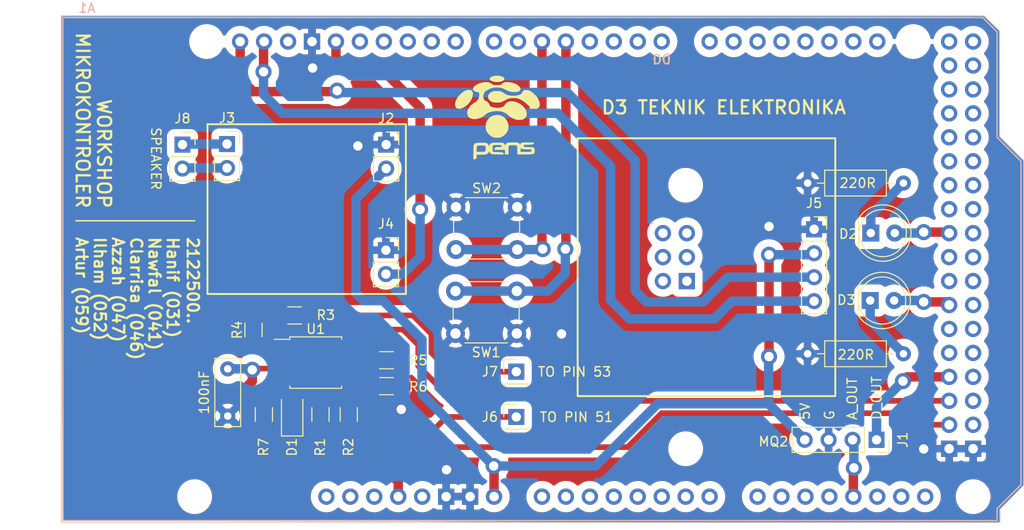
<source format=kicad_pcb>
(kicad_pcb (version 20221018) (generator pcbnew)
  (layers (0 "F.Cu" signal) (31 "B.Cu" signal) (34 "B.Paste" user) (35 "F.Paste" user) (36 "B.SilkS" user "B.Silkscreen") (37 "F.SilkS" user "F.Silkscreen") (38 "B.Mask" user) (39 "F.Mask" user) (44 "Edge.Cuts" user))
  (net 0 "")
  (net 1 "3V3")
  (net 2 "5V")
  (net 6 "A0")
  (net 24 "PE5")
  (net 25 "Net-(D2-A)")
  (net 31 "PB7")
  (net 62 "GND")
  (net 64 "MISO")
  (net 65 "MOSI")
  (net 68 "SCK")
  (net 69 "SCL_OLED")
  (net 70 "SDA_OLED")
  (net 71 "Net-(D1-K)")
  (net 72 "Net-(D2-K)")
  (net 73 "CS")
  (net 74 "Net-(U1-~{CS})")
  (net 75 "Data_In")
  (net 76 "CLK")
  (net 89 "Net-(D3-A)")
  (net 92 "Net-(A1-PadD5)")
  (net 93 "Net-(A1-PadD4)")
  (net 94 "Net-(D3-K)")
  (net 96 "Net-(J3-Pin_2)")
  (net 97 "Net-(J3-Pin_1)")
  (footprint "Resistor_SMD:R_1206_3216Metric" (layer "F.Cu") (at 134.4325 108.335 90)
    (fp_text reference "R2" (at -3.465 -0.0325 90) (layer "F.SilkS"))
    (fp_text value "1k")
    (pad "1" smd roundrect (at -1.4625 0 90) (size 1.125 1.75) (layers "F.Cu" "F.Paste" "F.Mask") (roundrect_rratio 0.2222222222) (net 65 "MOSI"))
    (pad "2" smd roundrect (at 1.4625 0 90) (size 1.125 1.75) (layers "F.Cu" "F.Paste" "F.Mask") (roundrect_rratio 0.2222222222) (net 75 "Data_In"))
  )
  (footprint "LED_THT:LED_D5.0mm" (layer "F.Cu") (at 189.725 96.25)
    (fp_text reference "D3" (at -2.525 -0.05) (layer "F.SilkS"))
    (fp_text value "LED")
    (pad "1" thru_hole rect (at 0 0) (size 1.8 1.8) (drill 0.9) (layers "*.Cu" "*.Mask") (net 94 "Net-(D3-K)"))
    (pad "2" thru_hole circle (at 2.54 0) (size 1.8 1.8) (drill 0.9) (layers "*.Cu" "*.Mask") (net 89 "Net-(D3-A)"))
  )
  (footprint "Resistor_SMD:R_1206_3216Metric" (layer "F.Cu") (at 138.4325 105.335)
    (fp_text reference "R6" (at 3.3675 0.065) (layer "F.SilkS"))
    (fp_text value "2k")
    (pad "1" smd roundrect (at -1.4625 0) (size 1.125 1.75) (layers "F.Cu" "F.Paste" "F.Mask") (roundrect_rratio 0.2222222222) (net 75 "Data_In"))
    (pad "2" smd roundrect (at 1.4625 0) (size 1.125 1.75) (layers "F.Cu" "F.Paste" "F.Mask") (roundrect_rratio 0.2222222222) (net 62 "GND"))
  )
  (footprint "PCM_arduino-library:Arduino_Mega2560_R3_Shield" (layer "F.Cu") (at 104.12 119.59)
    (fp_text reference "A1" (at 2.54 -54.356) (layer "B.SilkS") (effects (justify mirror)))
    (fp_text value "Arduino_Mega2560_R3_Shield")
    (fp_text user "D0" (at 63.5 -48.895 unlocked) (layer "B.SilkS") (effects (justify mirror)))
    (fp_text user "." (at 62.484 -32.004) (layer "B.SilkS"))
    (fp_text user "D0" (at 63.5 -48.895 unlocked) (layer "F.SilkS"))
    (fp_text user "." (at 62.484 -32.004) (layer "F.SilkS"))
    (pad "" np_thru_hole circle (at 13.97 -2.54) (size 3.2 3.2) (drill 3.2) (layers "*.Cu" "*.Mask"))
    (pad "" np_thru_hole circle (at 15.24 -50.8) (size 3.2 3.2) (drill 3.2) (layers "*.Cu" "*.Mask"))
    (pad "" thru_hole oval (at 27.94 -2.54) (size 1.7272 1.7272) (drill 1.016) (layers "*.Cu" "*.Mask"))
    (pad "" np_thru_hole circle (at 66.04 -35.56) (size 3.2 3.2) (drill 3.2) (layers "*.Cu" "*.Mask"))
    (pad "" np_thru_hole circle (at 66.04 -7.62) (size 3.2 3.2) (drill 3.2) (layers "*.Cu" "*.Mask"))
    (pad "" np_thru_hole circle (at 90.17 -50.8) (size 3.2 3.2) (drill 3.2) (layers "*.Cu" "*.Mask"))
    (pad "" np_thru_hole circle (at 96.52 -2.54) (size 3.2 3.2) (drill 3.2) (layers "*.Cu" "*.Mask"))
    (pad "3V3" thru_hole oval (at 35.56 -2.54) (size 1.7272 1.7272) (drill 1.016) (layers "*.Cu" "*.Mask") (net 1 "3V3"))
    (pad "5V1" thru_hole oval (at 38.1 -2.54) (size 1.7272 1.7272) (drill 1.016) (layers "*.Cu" "*.Mask"))
    (pad "5V2" thru_hole oval (at 66.167 -30.48) (size 1.7272 1.7272) (drill 1.016) (layers "*.Cu" "*.Mask"))
    (pad "5V3" thru_hole oval (at 93.98 -50.8) (size 1.7272 1.7272) (drill 1.016) (layers "*.Cu" "*.Mask"))
    (pad "5V4" thru_hole oval (at 96.52 -50.8) (size 1.7272 1.7272) (drill 1.016) (layers "*.Cu" "*.Mask"))
    (pad "A0" thru_hole oval (at 50.8 -2.54) (size 1.7272 1.7272) (drill 1.016) (layers "*.Cu" "*.Mask"))
    (pad "A1" thru_hole oval (at 53.34 -2.54) (size 1.7272 1.7272) (drill 1.016) (layers "*.Cu" "*.Mask"))
    (pad "A2" thru_hole oval (at 55.88 -2.54) (size 1.7272 1.7272) (drill 1.016) (layers "*.Cu" "*.Mask"))
    (pad "A3" thru_hole oval (at 58.42 -2.54) (size 1.7272 1.7272) (drill 1.016) (layers "*.Cu" "*.Mask"))
    (pad "A4" thru_hole oval (at 60.96 -2.54) (size 1.7272 1.7272) (drill 1.016) (layers "*.Cu" "*.Mask"))
    (pad "A5" thru_hole oval (at 63.5 -2.54) (size 1.7272 1.7272) (drill 1.016) (layers "*.Cu" "*.Mask"))
    (pad "A6" thru_hole oval (at 66.04 -2.54) (size 1.7272 1.7272) (drill 1.016) (layers "*.Cu" "*.Mask"))
    (pad "A7" thru_hole oval (at 68.58 -2.54) (size 1.7272 1.7272) (drill 1.016) (layers "*.Cu" "*.Mask"))
    (pad "A8" thru_hole oval (at 73.66 -2.54) (size 1.7272 1.7272) (drill 1.016) (layers "*.Cu" "*.Mask"))
    (pad "A9" thru_hole oval (at 76.2 -2.54) (size 1.7272 1.7272) (drill 1.016) (layers "*.Cu" "*.Mask"))
    (pad "A10" thru_hole oval (at 78.74 -2.54) (size 1.7272 1.7272) (drill 1.016) (layers "*.Cu" "*.Mask"))
    (pad "A11" thru_hole oval (at 81.28 -2.54) (size 1.7272 1.7272) (drill 1.016) (layers "*.Cu" "*.Mask"))
    (pad "A12" thru_hole oval (at 83.82 -2.54) (size 1.7272 1.7272) (drill 1.016) (layers "*.Cu" "*.Mask") (net 6 "A0"))
    (pad "A13" thru_hole oval (at 86.36 -2.54) (size 1.7272 1.7272) (drill 1.016) (layers "*.Cu" "*.Mask"))
    (pad "A14" thru_hole oval (at 88.9 -2.54) (size 1.7272 1.7272) (drill 1.016) (layers "*.Cu" "*.Mask"))
    (pad "A15" thru_hole oval (at 91.44 -2.54) (size 1.7272 1.7272) (drill 1.016) (layers "*.Cu" "*.Mask"))
    (pad "AREF" thru_hole oval (at 23.876 -50.8) (size 1.7272 1.7272) (drill 1.016) (layers "*.Cu" "*.Mask"))
    (pad "D0" thru_hole oval (at 63.5 -50.8) (size 1.7272 1.7272) (drill 1.016) (layers "*.Cu" "*.Mask"))
    (pad "D1" thru_hole oval (at 60.96 -50.8) (size 1.7272 1.7272) (drill 1.016) (layers "*.Cu" "*.Mask"))
    (pad "D2" thru_hole oval (at 58.42 -50.8) (size 1.7272 1.7272) (drill 1.016) (layers "*.Cu" "*.Mask"))
    (pad "D3" thru_hole oval (at 55.88 -50.8) (size 1.7272 1.7272) (drill 1.016) (layers "*.Cu" "*.Mask"))
    (pad "D4" thru_hole oval (at 53.34 -50.8) (size 1.7272 1.7272) (drill 1.016) (layers "*.Cu" "*.Mask") (net 93 "Net-(A1-PadD4)"))
    (pad "D5" thru_hole oval (at 50.8 -50.8) (size 1.7272 1.7272) (drill 1.016) (layers "*.Cu" "*.Mask") (net 92 "Net-(A1-PadD5)"))
    (pad "D6" thru_hole oval (at 48.26 -50.8) (size 1.7272 1.7272) (drill 1.016) (layers "*.Cu" "*.Mask"))
    (pad "D7" thru_hole oval (at 45.72 -50.8) (size 1.7272 1.7272) (drill 1.016) (layers "*.Cu" "*.Mask"))
    (pad "D8" thru_hole oval (at 41.656 -50.8) (size 1.7272 1.7272) (drill 1.016) (layers "*.Cu" "*.Mask"))
    (pad "D9" thru_hole oval (at 39.116 -50.8) (size 1.7272 1.7272) (drill 1.016) (layers "*.Cu" "*.Mask"))
    (pad "D10" thru_hole oval (at 36.576 -50.8) (size 1.7272 1.7272) (drill 1.016) (layers "*.Cu" "*.Mask"))
    (pad "D11" thru_hole oval (at 34.036 -50.8) (size 1.7272 1.7272) (drill 1.016) (layers "*.Cu" "*.Mask"))
    (pad "D12" thru_hole oval (at 31.496 -50.8) (size 1.7272 1.7272) (drill 1.016) (layers "*.Cu" "*.Mask"))
    (pad "D13" thru_hole oval (at 28.956 -50.8) (size 1.7272 1.7272) (drill 1.016) (layers "*.Cu" "*.Mask") (net 31 "PB7"))
    (pad "D14" thru_hole oval (at 68.58 -50.8) (size 1.7272 1.7272) (drill 1.016) (layers "*.Cu" "*.Mask"))
    (pad "D15" thru_hole oval (at 71.12 -50.8) (size 1.7272 1.7272) (drill 1.016) (layers "*.Cu" "*.Mask"))
    (pad "D16" thru_hole oval (at 73.66 -50.8) (size 1.7272 1.7272) (drill 1.016) (layers "*.Cu" "*.Mask"))
    (pad "D17" thru_hole oval (at 76.2 -50.8) (size 1.7272 1.7272) (drill 1.016) (layers "*.Cu" "*.Mask"))
    (pad "D18" thru_hole oval (at 78.74 -50.8) (size 1.7272 1.7272) (drill 1.016) (layers "*.Cu" "*.Mask"))
    (pad "D19" thru_hole oval (at 81.28 -50.8) (size 1.7272 1.7272) (drill 1.016) (layers "*.Cu" "*.Mask"))
    (pad "D20" thru_hole oval (at 83.82 -50.8) (size 1.7272 1.7272) (drill 1.016) (layers "*.Cu" "*.Mask"))
    (pad "D21" thru_hole oval (at 86.36 -50.8) (size 1.7272 1.7272) (drill 1.016) (layers "*.Cu" "*.Mask"))
    (pad "D22" thru_hole oval (at 93.98 -48.26) (size 1.7272 1.7272) (drill 1.016) (layers "*.Cu" "*.Mask"))
    (pad "D23" thru_hole oval (at 96.52 -48.26) (size 1.7272 1.7272) (drill 1.016) (layers "*.Cu" "*.Mask"))
    (pad "D24" thru_hole oval (at 93.98 -45.72) (size 1.7272 1.7272) (drill 1.016) (layers "*.Cu" "*.Mask"))
    (pad "D25" thru_hole oval (at 96.52 -45.72) (size 1.7272 1.7272) (drill 1.016) (layers "*.Cu" "*.Mask"))
    (pad "D26" thru_hole oval (at 93.98 -43.18) (size 1.7272 1.7272) (drill 1.016) (layers "*.Cu" "*.Mask"))
    (pad "D27" thru_hole oval (at 96.52 -43.18) (size 1.7272 1.7272) (drill 1.016) (layers "*.Cu" "*.Mask"))
    (pad "D28" thru_hole oval (at 93.98 -40.64) (size 1.7272 1.7272) (drill 1.016) (layers "*.Cu" "*.Mask"))
    (pad "D29" thru_hole oval (at 96.52 -40.64) (size 1.7272 1.7272) (drill 1.016) (layers "*.Cu" "*.Mask"))
    (pad "D30" thru_hole oval (at 93.98 -38.1) (size 1.7272 1.7272) (drill 1.016) (layers "*.Cu" "*.Mask"))
    (pad "D31" thru_hole oval (at 96.52 -38.1) (size 1.7272 1.7272) (drill 1.016) (layers "*.Cu" "*.Mask"))
    (pad "D32" thru_hole oval (at 93.98 -35.56) (size 1.7272 1.7272) (drill 1.016) (layers "*.Cu" "*.Mask"))
    (pad "D33" thru_hole oval (at 96.52 -35.56) (size 1.7272 1.7272) (drill 1.016) (layers "*.Cu" "*.Mask"))
    (pad "D34" thru_hole oval (at 93.98 -33.02) (size 1.7272 1.7272) (drill 1.016) (layers "*.Cu" "*.Mask"))
    (pad "D35" thru_hole oval (at 96.52 -33.02) (size 1.7272 1.7272) (drill 1.016) (layers "*.Cu" "*.Mask"))
    (pad "D36" thru_hole oval (at 93.98 -30.48) (size 1.7272 1.7272) (drill 1.016) (layers "*.Cu" "*.Mask") (net 25 "Net-(D2-A)"))
    (pad "D37" thru_hole oval (at 96.52 -30.48) (size 1.7272 1.7272) (drill 1.016) (layers "*.Cu" "*.Mask"))
    (pad "D38" thru_hole oval (at 93.98 -27.94) (size 1.7272 1.7272) (drill 1.016) (layers "*.Cu" "*.Mask"))
    (pad "D39" thru_hole oval (at 96.52 -27.94) (size 1.7272 1.7272) (drill 1.016) (layers "*.Cu" "*.Mask"))
    (pad "D40" thru_hole oval (at 93.98 -25.4) (size 1.7272 1.7272) (drill 1.016) (layers "*.Cu" "*.Mask"))
    (pad "D41" thru_hole oval (at 96.52 -25.4) (size 1.7272 1.7272) (drill 1.016) (layers "*.Cu" "*.Mask"))
    (pad "D42" thru_hole oval (at 93.98 -22.86) (size 1.7272 1.7272) (drill 1.016) (layers "*.Cu" "*.Mask") (net 89 "Net-(D3-A)"))
    (pad "D43" thru_hole oval (at 96.52 -22.86) (size 1.7272 1.7272) (drill 1.016) (layers "*.Cu" "*.Mask"))
    (pad "D44" thru_hole oval (at 93.98 -20.32) (size 1.7272 1.7272) (drill 1.016) (layers "*.Cu" "*.Mask"))
    (pad "D45" thru_hole oval (at 96.52 -20.32) (size 1.7272 1.7272) (drill 1.016) (layers "*.Cu" "*.Mask"))
    (pad "D46" thru_hole oval (at 93.98 -17.78) (size 1.7272 1.7272) (drill 1.016) (layers "*.Cu" "*.Mask"))
    (pad "D47" thru_hole oval (at 96.52 -17.78) (size 1.7272 1.7272) (drill 1.016) (layers "*.Cu" "*.Mask"))
    (pad "D48" thru_hole oval (at 93.98 -15.24) (size 1.7272 1.7272) (drill 1.016) (layers "*.Cu" "*.Mask") (net 24 "PE5"))
    (pad "D49" thru_hole oval (at 96.52 -15.24) (size 1.7272 1.7272) (drill 1.016) (layers "*.Cu" "*.Mask"))
    (pad "D50" thru_hole oval (at 93.98 -12.7) (size 1.7272 1.7272) (drill 1.016) (layers "*.Cu" "*.Mask") (net 64 "MISO"))
    (pad "D51" thru_hole oval (at 96.52 -12.7) (size 1.7272 1.7272) (drill 1.016) (layers "*.Cu" "*.Mask"))
    (pad "D52" thru_hole oval (at 93.98 -10.16) (size 1.7272 1.7272) (drill 1.016) (layers "*.Cu" "*.Mask") (net 68 "SCK"))
    (pad "D53" thru_hole oval (at 96.52 -10.16) (size 1.7272 1.7272) (drill 1.016) (layers "*.Cu" "*.Mask"))
    (pad "GND1" thru_hole rect (at 26.416 -50.8) (size 1.7272 1.7272) (drill 1.016) (layers "*.Cu" "*.Mask") (net 62 "GND"))
    (pad "GND2" thru_hole rect (at 40.64 -2.54) (size 1.7272 1.7272) (drill 1.016) (layers "*.Cu" "*.Mask") (net 62 "GND"))
    (pad "GND3" thru_hole rect (at 43.18 -2.54) (size 1.7272 1.7272) (drill 1.016) (layers "*.Cu" "*.Mask") (net 62 "GND"))
    (pad "GND4" thru_hole rect (at 66.167 -25.4) (size 1.7272 1.7272) (drill 1.016) (layers "*.Cu" "*.Mask"))
    (pad "GND5" thru_hole rect (at 93.98 -7.62) (size 1.7272 1.7272) (drill 1.016) (layers "*.Cu" "*.Mask") (net 62 "GND"))
    (pad "GND6" thru_hole rect (at 96.52 -7.62) (size 1.7272 1.7272) (drill 1.016) (layers "*.Cu" "*.Mask") (net 62 "GND"))
    (pad "IORF" thru_hole oval (at 30.48 -2.54) (size 1.7272 1.7272) (drill 1.016) (layers "*.Cu" "*.Mask"))
    (pad "MISO" thru_hole oval (at 63.627 -30.48) (size 1.7272 1.7272) (drill 1.016) (layers "*.Cu" "*.Mask"))
    (pad "MOSI" thru_hole oval (at 66.167 -27.94) (size 1.7272 1.7272) (drill 1.016) (layers "*.Cu" "*.Mask"))
    (pad "RST1" thru_hole oval (at 33.02 -2.54) (size 1.7272 1.7272) (drill 1.016) (layers "*.Cu" "*.Mask"))
    (pad "RST2" thru_hole oval (at 63.627 -25.4) (size 1.7272 1.7272) (drill 1.016) (layers "*.Cu" "*.Mask"))
    (pad "SCK" thru_hole oval (at 63.627 -27.94) (size 1.7272 1.7272) (drill 1.016) (layers "*.Cu" "*.Mask"))
    (pad "SCL" thru_hole oval (at 18.796 -50.8) (size 1.7272 1.7272) (drill 1.016) (layers "*.Cu" "*.Mask") (net 69 "SCL_OLED"))
    (pad "SDA" thru_hole oval (at 21.336 -50.8) (size 1.7272 1.7272) (drill 1.016) (layers "*.Cu" "*.Mask") (net 70 "SDA_OLED"))
    (pad "VIN" thru_hole oval (at 45.72 -2.54) (size 1.7272 1.7272) (drill 1.016) (layers "*.Cu" "*.Mask") (net 2 "5V"))
  )
  (footprint "LED_SMD:LED_1206_3216Metric" (layer "F.Cu") (at 128.4325 108.335 90)
    (fp_text reference "D1" (at -3.465 -0.0325 90) (layer "F.SilkS"))
    (fp_text value "LED")
    (pad "1" smd roundrect (at -1.4 0 90) (size 1.25 1.75) (layers "F.Cu" "F.Paste" "F.Mask") (roundrect_rratio 0.2) (net 71 "Net-(D1-K)"))
    (pad "2" smd roundrect (at 1.4 0 90) (size 1.25 1.75) (layers "F.Cu" "F.Paste" "F.Mask") (roundrect_rratio 0.2) (net 1 "3V3"))
  )
  (footprint "Connector_PinSocket_2.54mm:PinSocket_1x04_P2.54mm_Vertical" (layer "F.Cu") (at 190.4 111.025 -90)
    (fp_text reference "J1" (at 0 -2.77 90) (layer "F.SilkS"))
    (fp_text value "MQ-2 MODULE")
    (pad "1" thru_hole rect (at 0 0 270) (size 1.7 1.7) (drill 1) (layers "*.Cu" "*.Mask") (net 24 "PE5"))
    (pad "2" thru_hole oval (at 0 2.54 270) (size 1.7 1.7) (drill 1) (layers "*.Cu" "*.Mask") (net 6 "A0"))
    (pad "3" thru_hole oval (at 0 5.08 270) (size 1.7 1.7) (drill 1) (layers "*.Cu" "*.Mask") (net 62 "GND"))
    (pad "4" thru_hole oval (at 0 7.62 270) (size 1.7 1.7) (drill 1) (layers "*.Cu" "*.Mask") (net 2 "5V"))
  )
  (footprint "Resistor_SMD:R_1206_3216Metric" (layer "F.Cu") (at 125.4325 108.335 -90)
    (fp_text reference "R7" (at 3.465 0.0325 90) (layer "F.SilkS"))
    (fp_text value "100R")
    (pad "1" smd roundrect (at -1.4625 0 270) (size 1.125 1.75) (layers "F.Cu" "F.Paste" "F.Mask") (roundrect_rratio 0.2222222222) (net 62 "GND"))
    (pad "2" smd roundrect (at 1.4625 0 270) (size 1.125 1.75) (layers "F.Cu" "F.Paste" "F.Mask") (roundrect_rratio 0.2222222222) (net 71 "Net-(D1-K)"))
  )
  (footprint "Resistor_SMD:R_1206_3216Metric" (layer "F.Cu") (at 128.6825 97.835)
    (fp_text reference "R3" (at 3.3175 -0.035) (layer "F.SilkS"))
    (fp_text value "1k")
    (pad "1" smd roundrect (at -1.4625 0) (size 1.125 1.75) (layers "F.Cu" "F.Paste" "F.Mask") (roundrect_rratio 0.2222222222) (net 74 "Net-(U1-~{CS})"))
    (pad "2" smd roundrect (at 1.4625 0) (size 1.125 1.75) (layers "F.Cu" "F.Paste" "F.Mask") (roundrect_rratio 0.2222222222) (net 73 "CS"))
  )
  (footprint "LOGO" (layer "F.Cu") (at 150.2 76.8)
    (fp_text reference "G***" hide)
    (fp_text value "LOGO" hide)
  )
  (footprint "Connector_PinSocket_2.54mm:PinSocket_1x02_P2.54mm_Vertical" (layer "F.Cu") (at 121.525 79.66)
    (fp_text reference "J3" (at 0 -2.77) (layer "F.SilkS"))
    (fp_text value "Speaker Conn")
    (pad "1" thru_hole rect (at 0 0) (size 1.7 1.7) (drill 1) (layers "*.Cu" "*.Mask") (net 97 "Net-(J3-Pin_1)"))
    (pad "2" thru_hole oval (at 0 2.54) (size 1.7 1.7) (drill 1) (layers "*.Cu" "*.Mask") (net 96 "Net-(J3-Pin_2)"))
  )
  (footprint "Connector_PinSocket_2.54mm:PinSocket_1x02_P2.54mm_Vertical" (layer "F.Cu") (at 138.4 79.72)
    (fp_text reference "J2" (at 0 -2.77) (layer "F.SilkS"))
    (fp_text value "VCC")
    (pad "1" thru_hole rect (at 0 0) (size 1.7 1.7) (drill 1) (layers "*.Cu" "*.Mask") (net 62 "GND"))
    (pad "2" thru_hole oval (at 0 2.54) (size 1.7 1.7) (drill 1) (layers "*.Cu" "*.Mask") (net 2 "5V"))
  )
  (footprint "Connector_PinSocket_2.54mm:PinSocket_1x04_P2.54mm_Vertical" (layer "F.Cu") (at 183.775 88.7)
    (fp_text reference "J5" (at 0 -2.77) (layer "F.SilkS"))
    (fp_text value "OLED MODULE")
    (pad "1" thru_hole rect (at 0 0) (size 1.7 1.7) (drill 1) (layers "*.Cu" "*.Mask") (net 62 "GND"))
    (pad "2" thru_hole oval (at 0 2.54) (size 1.7 1.7) (drill 1) (layers "*.Cu" "*.Mask") (net 2 "5V"))
    (pad "3" thru_hole oval (at 0 5.08) (size 1.7 1.7) (drill 1) (layers "*.Cu" "*.Mask") (net 69 "SCL_OLED"))
    (pad "4" thru_hole oval (at 0 7.62) (size 1.7 1.7) (drill 1) (layers "*.Cu" "*.Mask") (net 70 "SDA_OLED"))
  )
  (footprint "Connector_PinHeader_2.54mm:PinHeader_1x01_P2.54mm_Vertical" (layer "F.Cu") (at 152.2 103.8)
    (fp_text reference "J7" (at -2.8 0) (layer "F.SilkS"))
    (fp_text value "CS")
    (pad "1" thru_hole rect (at 0 0) (size 1.7 1.7) (drill 1) (layers "*.Cu" "*.Mask") (net 73 "CS"))
  )
  (footprint "Button_Switch_THT:SW_PUSH_6mm_H8mm" (layer "F.Cu") (at 152.25 99.75 180)
    (fp_text reference "SW1" (at 3.25 -2) (layer "F.SilkS"))
    (fp_text value "SW_Push")
    (pad "1" thru_hole circle (at 0 0 270) (size 2 2) (drill 1.1) (layers "*.Cu" "*.Mask") (net 62 "GND"))
    (pad "1" thru_hole circle (at 6.5 0 270) (size 2 2) (drill 1.1) (layers "*.Cu" "*.Mask") (net 62 "GND"))
    (pad "2" thru_hole circle (at 0 4.5 270) (size 2 2) (drill 1.1) (layers "*.Cu" "*.Mask") (net 93 "Net-(A1-PadD4)"))
    (pad "2" thru_hole circle (at 6.5 4.5 270) (size 2 2) (drill 1.1) (layers "*.Cu" "*.Mask") (net 93 "Net-(A1-PadD4)"))
  )
  (footprint "Connector_PinHeader_2.54mm:PinHeader_1x01_P2.54mm_Vertical" (layer "F.Cu") (at 152.2 108.6)
    (fp_text reference "J6" (at -2.8 0) (layer "F.SilkS"))
    (fp_text value "MOSI")
    (pad "1" thru_hole rect (at 0 0) (size 1.7 1.7) (drill 1) (layers "*.Cu" "*.Mask") (net 65 "MOSI"))
  )
  (footprint "Package_SO:SOP-8_5.28x5.23mm_P1.27mm" (layer "F.Cu") (at 130.9325 102.835)
    (fp_text reference "U1" (at 0 -3.56) (layer "F.SilkS"))
    (fp_text value "W25Q32JVSS")
    (pad "1" smd roundrect (at -3.6 -1.905) (size 1.6 0.6) (layers "F.Cu" "F.Paste" "F.Mask") (net 74 "Net-(U1-~{CS})"))
    (pad "2" smd roundrect (at -3.6 -0.635) (size 1.6 0.6) (layers "F.Cu" "F.Paste" "F.Mask") (net 64 "MISO"))
    (pad "3" smd roundrect (at -3.6 0.635) (size 1.6 0.6) (layers "F.Cu" "F.Paste" "F.Mask") (net 1 "3V3"))
    (pad "4" smd roundrect (at -3.6 1.905) (size 1.6 0.6) (layers "F.Cu" "F.Paste" "F.Mask") (net 62 "GND"))
    (pad "5" smd roundrect (at 3.6 1.905) (size 1.6 0.6) (layers "F.Cu" "F.Paste" "F.Mask") (net 75 "Data_In"))
    (pad "6" smd roundrect (at 3.6 0.635) (size 1.6 0.6) (layers "F.Cu" "F.Paste" "F.Mask") (net 76 "CLK"))
    (pad "7" smd roundrect (at 3.6 -0.635) (size 1.6 0.6) (layers "F.Cu" "F.Paste" "F.Mask") (net 1 "3V3"))
    (pad "8" smd roundrect (at 3.6 -1.905) (size 1.6 0.6) (layers "F.Cu" "F.Paste" "F.Mask") (net 1 "3V3"))
  )
  (footprint "Resistor_SMD:R_1206_3216Metric" (layer "F.Cu") (at 124.3325 99.3725 -90)
    (fp_text reference "R4" (at 0 1.7325 90) (layer "F.SilkS"))
    (fp_text value "2k")
    (pad "1" smd roundrect (at -1.4625 0 270) (size 1.125 1.75) (layers "F.Cu" "F.Paste" "F.Mask") (roundrect_rratio 0.2222222222) (net 62 "GND"))
    (pad "2" smd roundrect (at 1.4625 0 270) (size 1.125 1.75) (layers "F.Cu" "F.Paste" "F.Mask") (roundrect_rratio 0.2222222222) (net 74 "Net-(U1-~{CS})"))
  )
  (footprint "Connector_PinSocket_2.54mm:PinSocket_1x02_P2.54mm_Vertical" (layer "F.Cu") (at 138.375 90.91)
    (fp_text reference "J4" (at 0 -2.77) (layer "F.SilkS"))
    (fp_text value "AMP MODULE")
    (pad "1" thru_hole rect (at 0 0) (size 1.7 1.7) (drill 1) (layers "*.Cu" "*.Mask") (net 62 "GND"))
    (pad "2" thru_hole oval (at 0 2.54) (size 1.7 1.7) (drill 1) (layers "*.Cu" "*.Mask") (net 31 "PB7"))
  )
  (footprint "Button_Switch_THT:SW_PUSH_6mm_H8mm" (layer "F.Cu") (at 145.8 86.35)
    (fp_text reference "SW2" (at 3.25 -2) (layer "F.SilkS"))
    (fp_text value "SW_Push")
    (pad "1" thru_hole circle (at 0 0 90) (size 2 2) (drill 1.1) (layers "*.Cu" "*.Mask") (net 62 "GND"))
    (pad "1" thru_hole circle (at 6.5 0 90) (size 2 2) (drill 1.1) (layers "*.Cu" "*.Mask") (net 62 "GND"))
    (pad "2" thru_hole circle (at 0 4.5 90) (size 2 2) (drill 1.1) (layers "*.Cu" "*.Mask") (net 92 "Net-(A1-PadD5)"))
    (pad "2" thru_hole circle (at 6.5 4.5 90) (size 2 2) (drill 1.1) (layers "*.Cu" "*.Mask") (net 92 "Net-(A1-PadD5)"))
  )
  (footprint "Resistor_THT:R_Axial_DIN0207_L6.3mm_D2.5mm_P10.16mm_Horizontal" (layer "F.Cu") (at 193.25 101.9 180)
    (fp_text reference "R9" hide)
    (fp_text value "220R" (at 5.05 -0.1) (layer "F.SilkS"))
    (pad "1" thru_hole circle (at 0 0 180) (size 1.6 1.6) (drill 0.8) (layers "*.Cu" "*.Mask") (net 94 "Net-(D3-K)"))
    (pad "2" thru_hole oval (at 10.16 0 180) (size 1.6 1.6) (drill 0.8) (layers "*.Cu" "*.Mask") (net 62 "GND"))
  )
  (footprint "Resistor_THT:R_Axial_DIN0207_L6.3mm_D2.5mm_P10.16mm_Horizontal" (layer "F.Cu") (at 193.25 83.8 180)
    (fp_text reference "R8" hide)
    (fp_text value "220R" (at 4.85 0) (layer "F.SilkS"))
    (pad "1" thru_hole circle (at 0 0 180) (size 1.6 1.6) (drill 0.8) (layers "*.Cu" "*.Mask") (net 72 "Net-(D2-K)"))
    (pad "2" thru_hole oval (at 10.16 0 180) (size 1.6 1.6) (drill 0.8) (layers "*.Cu" "*.Mask") (net 62 "GND"))
  )
  (footprint "Resistor_SMD:R_1206_3216Metric" (layer "F.Cu") (at 138.4325 102.585)
    (fp_text reference "R5" (at 3.3675 0.015) (layer "F.SilkS"))
    (fp_text value "2k")
    (pad "1" smd roundrect (at -1.4625 0) (size 1.125 1.75) (layers "F.Cu" "F.Paste" "F.Mask") (roundrect_rratio 0.2222222222) (net 76 "CLK"))
    (pad "2" smd roundrect (at 1.4625 0) (size 1.125 1.75) (layers "F.Cu" "F.Paste" "F.Mask") (roundrect_rratio 0.2222222222) (net 62 "GND"))
  )
  (footprint "Resistor_SMD:R_1206_3216Metric" (layer "F.Cu") (at 131.4325 108.335 90)
    (fp_text reference "R1" (at -3.465 -0.0325 90) (layer "F.SilkS"))
    (fp_text value "1k")
    (pad "1" smd roundrect (at -1.4625 0 90) (size 1.125 1.75) (layers "F.Cu" "F.Paste" "F.Mask") (roundrect_rratio 0.2222222222) (net 68 "SCK"))
    (pad "2" smd roundrect (at 1.4625 0 90) (size 1.125 1.75) (layers "F.Cu" "F.Paste" "F.Mask") (roundrect_rratio 0.2222222222) (net 76 "CLK"))
  )
  (footprint "Capacitor_THT:C_Rect_L7.0mm_W2.5mm_P5.00mm" (layer "F.Cu") (at 121.6 103.5 -90)
    (fp_text reference "C1" hide)
    (fp_text value "100nF" (at 2.5 2.5 90) (layer "F.SilkS"))
    (pad "1" thru_hole circle (at 0 0 270) (size 1.6 1.6) (drill 0.8) (layers "*.Cu" "*.Mask") (net 1 "3V3"))
    (pad "2" thru_hole circle (at 5 0 270) (size 1.6 1.6) (drill 0.8) (layers "*.Cu" "*.Mask") (net 62 "GND"))
  )
  (footprint "Connector_PinSocket_2.54mm:PinSocket_1x02_P2.54mm_Vertical" (layer "F.Cu") (at 116.8 79.72)
    (fp_text reference "J8" (at 0 -2.77) (layer "F.SilkS"))
    (fp_text value "Speaker Conn")
    (pad "1" thru_hole rect (at 0 0) (size 1.7 1.7) (drill 1) (layers "*.Cu" "*.Mask") (net 97 "Net-(J3-Pin_1)"))
    (pad "2" thru_hole oval (at 0 2.54) (size 1.7 1.7) (drill 1) (layers "*.Cu" "*.Mask") (net 96 "Net-(J3-Pin_2)"))
  )
  (footprint "LED_THT:LED_D5.0mm" (layer "F.Cu") (at 189.79 89.1)
    (fp_text reference "D2" (at -2.39 0.1) (layer "F.SilkS"))
    (fp_text value "LED")
    (pad "1" thru_hole rect (at 0 0) (size 1.8 1.8) (drill 0.9) (layers "*.Cu" "*.Mask") (net 72 "Net-(D2-K)"))
    (pad "2" thru_hole circle (at 2.54 0) (size 1.8 1.8) (drill 0.9) (layers "*.Cu" "*.Mask") (net 25 "Net-(D2-A)"))
  )
  (gr_rect (start 119.45 77.56) (end 140.49 95.56) (stroke (width 0.2)) (fill none) (layer "F.SilkS"))
  (gr_line (start 105.5 87.8) (end 118.1 87.8) (stroke (width 0.15)) (layer "F.SilkS"))
  (gr_rect (start 158.705 79.05) (end 186.025 106.39) (stroke (width 0.2)) (fill none) (layer "F.SilkS"))
  (gr_line (start 203.45 67.65) (end 203.45 78.85) (stroke (width 0.1)) (layer "Edge.Cuts"))
  (gr_line (start 206 81.4) (end 206 115.85) (stroke (width 0.1)) (layer "Edge.Cuts"))
  (gr_line (start 203.5 118.4) (end 203.5 119.8) (stroke (width 0.1)) (layer "Edge.Cuts"))
  (gr_line (start 103.95 119.8) (end 103.95 66.05) (stroke (width 0.1)) (layer "Edge.Cuts"))
  (gr_line (start 203.45 78.85) (end 206 81.4) (stroke (width 0.1)) (layer "Edge.Cuts"))
  (gr_line (start 201.8 66.05) (end 203.45 67.65) (stroke (width 0.1)) (layer "Edge.Cuts"))
  (gr_line (start 103.95 66.05) (end 201.8 66.05) (stroke (width 0.1)) (layer "Edge.Cuts"))
  (gr_line (start 206 115.85) (end 203.5 118.4) (stroke (width 0.1)) (layer "Edge.Cuts"))
  (gr_line (start 203.5 119.8) (end 103.95 119.8) (stroke (width 0.1)) (layer "Edge.Cuts"))
  (gr_text "5V" (at 183.4 109 90) (layer "F.SilkS") (effects (font (size 1 1)) (justify left bottom)))
  (gr_text "G" (at 186 109 90) (layer "F.SilkS") (effects (font (size 1 1)) (justify left bottom)))
  (gr_text "SPEAKER" (at 113.4 77.8 -90) (layer "F.SilkS") (effects (font (size 1 1)) (justify left bottom)))
  (gr_text "TO PIN 51" (at 154.6 109.2) (layer "F.SilkS") (effects (font (size 1 1)) (justify left bottom)))
  (gr_text "D_OUT" (at 191 109 90) (layer "F.SilkS") (effects (font (size 1 1)) (justify left bottom)))
  (gr_text "MQ2" (at 177.8 111.8) (layer "F.SilkS") (effects (font (size 1 1)) (justify left bottom)))
  (gr_text "2122500.." (at 117.2 89.4 270) (layer "F.SilkS") (effects (font (size 1.2 1.2) (thickness 0.24) bold) (justify left bottom)))
  (gr_text "A_OUT" (at 188.4 109 90) (layer "F.SilkS") (effects (font (size 1 1)) (justify left bottom)))
  (gr_text "D3 TEKNIK ELEKTRONIKA" (at 174.2 76.6) (layer "F.SilkS") (effects (font (size 1.4 1.4) (thickness 0.24) bold) (justify bottom)))
  (gr_text "Hanif (031)\nNawfal (041)\nClarrisa (046)\nAzzah (047)\nIlham (052)\nArtur (059)" (at 105.4 89.4 270) (layer "F.SilkS") (effects (font (size 1.2 1.2) (thickness 0.24) bold) (justify left bottom)))
  (gr_text "TO PIN 53" (at 154.4 104.4) (layer "F.SilkS") (effects (font (size 1 1)) (justify left bottom)))
  (gr_text "WORKSHOP\nMIKROKONTROLER" (at 105.4 86.6 270) (layer "F.SilkS") (effects (font (size 1.4 1.4) (thickness 0.24) bold) (justify right bottom)))
  (segment (start 124.2 104.8) (end 124.2 103.6) (width 1) (layer "F.Cu") (net 1))
  (segment (start 131.3175 102.2) (end 130.0475 103.47) (width 0.6) (layer "F.Cu") (net 1))
  (segment (start 134.5325 102.2) (end 134.5325 100.93) (width 0.6) (layer "F.Cu") (net 1))
  (segment (start 122.4 114.4) (end 121.9 113.9) (width 1) (layer "F.Cu") (net 1))
  (segment (start 124.33 103.47) (end 124.2 103.6) (width 0.6) (layer "F.Cu") (net 1))
  (segment (start 134.5325 102.2) (end 131.3175 102.2) (width 0.6) (layer "F.Cu") (net 1))
  (segment (start 139.68 117.05) (end 139.68 115.48) (width 1) (layer "F.Cu") (net 1))
  (segment (start 118.6 110.6) (end 118.6 108) (width 1) (layer "F.Cu") (net 1))
  (segment (start 130.0475 103.47) (end 127.3325 103.47) (width 0.6) (layer "F.Cu") (net 1))
  (segment (start 138.6 114.4) (end 122.4 114.4) (width 1) (layer "F.Cu") (net 1))
  (segment (start 127.3325 103.47) (end 124.33 103.47) (width 0.6) (layer "F.Cu") (net 1))
  (segment (start 130.0475 105.32) (end 128.4325 106.935) (width 0.6) (layer "F.Cu") (net 1))
  (segment (start 122.8 106.2) (end 124.2 104.8) (width 1) (layer "F.Cu") (net 1))
  (segment (start 118.6 108) (end 120.4 106.2) (width 1) (layer "F.Cu") (net 1))
  (segment (start 139.68 115.48) (end 138.6 114.4) (width 1) (layer "F.Cu") (net 1))
  (segment (start 121.9 113.9) (end 118.6 110.6) (width 1) (layer "F.Cu") (net 1))
  (segment (start 120.4 106.2) (end 122.8 106.2) (width 1) (layer "F.Cu") (net 1))
  (segment (start 130.0475 103.47) (end 130.0475 105.32) (width 0.6) (layer "F.Cu") (net 1))
  (via (at 124.2 103.6) (size 1.7) (drill 1) (layers "F.Cu" "B.Cu") (net 1))
  (segment (start 121.6 103.5) (end 124.1 103.5) (width 1) (layer "B.Cu") (net 1))
  (segment (start 124.1 103.5) (end 124.2 103.6) (width 1) (layer "B.Cu") (net 1))
  (segment (start 149.84 117.05) (end 149.84 113.84) (width 1) (layer "F.Cu") (net 2))
  (segment (start 179 102.2) (end 179 91.4) (width 1) (layer "F.Cu") (net 2))
  (segment (start 149.84 113.84) (end 149.8 113.8) (width 1) (layer "F.Cu") (net 2))
  (via (at 149.8 113.8) (size 1.7) (drill 1) (layers "F.Cu" "B.Cu") (net 2))
  (via (at 179 91.4) (size 1.7) (drill 1) (layers "F.Cu" "B.Cu") (net 2))
  (via (at 179 102.2) (size 1.7) (drill 1) (layers "F.Cu" "B.Cu") (net 2))
  (segment (start 135.2 95.46) (end 136 96.26) (width 1) (layer "B.Cu") (net 2))
  (segment (start 178.955 102.245) (end 179 102.2) (width 1) (layer "B.Cu") (net 2))
  (segment (start 138.4 82.26) (end 135.2 85.46) (width 1) (layer "B.Cu") (net 2))
  (segment (start 149.8 113.8) (end 160.6 113.8) (width 1) (layer "B.Cu") (net 2))
  (segment (start 136 96.26) (end 138.06 96.26) (width 1) (layer "B.Cu") (net 2))
  (segment (start 167.2 107.2) (end 178.955 107.2) (width 1) (layer "B.Cu") (net 2))
  (segment (start 142.2 100.4) (end 142.2 106.2) (width 1) (layer "B.Cu") (net 2))
  (segment (start 183.615 91.4) (end 183.775 91.24) (width 1) (layer "B.Cu") (net 2))
  (segment (start 178.955 107.2) (end 178.955 102.245) (width 1) (layer "B.Cu") (net 2))
  (segment (start 178.955 107.2) (end 182.78 111.025) (width 1) (layer "B.Cu") (net 2))
  (segment (start 142.2 106.2) (end 149.8 113.8) (width 1) (layer "B.Cu") (net 2))
  (segment (start 179 91.4) (end 183.615 91.4) (width 1) (layer "B.Cu") (net 2))
  (segment (start 135.2 85.46) (end 135.2 95.46) (width 1) (layer "B.Cu") (net 2))
  (segment (start 138.06 96.26) (end 142.2 100.4) (width 1) (layer "B.Cu") (net 2))
  (segment (start 160.6 113.8) (end 167.2 107.2) (width 1) (layer "B.Cu") (net 2))
  (segment (start 187.94 115.31) (end 187.94 117.05) (width 1) (layer "F.Cu") (net 6))
  (segment (start 187.94 115.31) (end 187.94 114.06) (width 1) (layer "F.Cu") (net 6))
  (segment (start 187.94 114.06) (end 188 114) (width 1) (layer "F.Cu") (net 6))
  (via (at 188 114) (size 1.7) (drill 1) (layers "F.Cu" "B.Cu") (net 6))
  (segment (start 188 111.165) (end 187.86 111.025) (width 1) (layer "B.Cu") (net 6))
  (segment (start 188 114) (end 188 111.165) (width 1) (layer "B.Cu") (net 6))
  (segment (start 198.1 104.35) (end 193.65 104.35) (width 1) (layer "F.Cu") (net 24))
  (segment (start 193.65 104.35) (end 193.2 104.8) (width 1) (layer "F.Cu") (net 24))
  (via (at 193.2 104.8) (size 1.7) (drill 1) (layers "F.Cu" "B.Cu") (net 24))
  (segment (start 190.4 107.6) (end 193.2 104.8) (width 1) (layer "B.Cu") (net 24))
  (segment (start 190.4 111.025) (end 190.4 107.6) (width 1) (layer "B.Cu") (net 24))
  (segment (start 197.99 89) (end 198.1 89.11) (width 1) (layer "F.Cu") (net 25))
  (segment (start 195.4 89) (end 197.99 89) (width 1) (layer "F.Cu") (net 25))
  (via (at 195.4 89) (size 1.7) (drill 1) (layers "F.Cu" "B.Cu") (net 25))
  (segment (start 192.34 89.11) (end 192.33 89.1) (width 1) (layer "B.Cu") (net 25))
  (segment (start 192.33 89.1) (end 195.3 89.1) (width 1) (layer "B.Cu") (net 25))
  (segment (start 195.3 89.1) (end 195.4 89) (width 1) (layer "B.Cu") (net 25))
  (segment (start 137.8 71.6) (end 142 75.8) (width 1) (layer "F.Cu") (net 31))
  (segment (start 133.076 70.476) (end 134.2 71.6) (width 1) (layer "F.Cu") (net 31))
  (segment (start 133.076 68.79) (end 133.076 70.476) (width 1) (layer "F.Cu") (net 31))
  (segment (start 142 75.8) (end 142 86.6) (width 1) (layer "F.Cu") (net 31))
  (segment (start 134.2 71.6) (end 137.8 71.6) (width 1) (layer "F.Cu") (net 31))
  (via (at 142 86.6) (size 1.7) (drill 1) (layers "F.Cu" "B.Cu") (net 31))
  (segment (start 142 86.6) (end 142 91.6) (width 1) (layer "B.Cu") (net 31))
  (segment (start 140.15 93.45) (end 138.375 93.45) (width 1) (layer "B.Cu") (net 31))
  (segment (start 142 91.6) (end 140.15 93.45) (width 1) (layer "B.Cu") (net 31))
  (via (at 195.4 112) (size 1.7) (drill 1) (layers "F.Cu" "B.Cu") (net 62))
  (via (at 179 88.4) (size 1.7) (drill 1) (layers "F.Cu" "B.Cu") (net 62))
  (via (at 140 107.8) (size 1.7) (drill 1) (layers "F.Cu" "B.Cu") (net 62))
  (via (at 135.4 79.86) (size 1.7) (drill 1) (layers "F.Cu" "B.Cu") (net 62))
  (via (at 157 99.8) (size 1.7) (drill 1) (layers "F.Cu" "B.Cu") (net 62))
  (via (at 130.6 71.6) (size 1.7) (drill 1) (layers "F.Cu" "B.Cu") (net 62))
  (via (at 144.8 114.2) (size 1.7) (drill 1) (layers "F.Cu" "B.Cu") (net 62))
  (segment (start 129.0675 102.2) (end 131.9325 99.335) (width 0.6) (layer "F.Cu") (net 64))
  (segment (start 140.1825 99.335) (end 141.8 100.9525) (width 0.6) (layer "F.Cu") (net 64))
  (segment (start 141.8 103.2) (end 144.8 106.2) (width 0.6) (layer "F.Cu") (net 64))
  (segment (start 141.8 100.9525) (end 141.8 103.2) (width 0.6) (layer "F.Cu") (net 64))
  (segment (start 131.9325 99.335) (end 140.1825 99.335) (width 0.6) (layer "F.Cu") (net 64))
  (segment (start 155.8 106.2) (end 156.49 106.89) (width 0.6) (layer "F.Cu") (net 64))
  (segment (start 144.8 106.2) (end 155.8 106.2) (width 0.6) (layer "F.Cu") (net 64))
  (segment (start 127.3325 102.2) (end 129.0675 102.2) (width 0.6) (layer "F.Cu") (net 64))
  (segment (start 156.49 106.89) (end 198.1 106.89) (width 0.6) (layer "F.Cu") (net 64))
  (segment (start 134.435 109.8) (end 136.8 109.8) (width 0.6) (layer "F.Cu") (net 65))
  (segment (start 152.2 108.6) (end 144.8 108.6) (width 0.6) (layer "F.Cu") (net 65))
  (segment (start 136.8 109.8) (end 137.2 109.8) (width 0.6) (layer "F.Cu") (net 65))
  (segment (start 134.4325 109.7975) (end 134.435 109.8) (width 0.6) (layer "F.Cu") (net 65))
  (segment (start 144.8 108.6) (end 143.6 109.8) (width 0.6) (layer "F.Cu") (net 65))
  (segment (start 134.635 110) (end 134.4325 109.7975) (width 0.6) (layer "F.Cu") (net 65))
  (segment (start 143.6 109.8) (end 136.8 109.8) (width 0.6) (layer "F.Cu") (net 65))
  (segment (start 196.03 109.43) (end 194.8 108.2) (width 0.6) (layer "F.Cu") (net 68))
  (segment (start 194.8 108.2) (end 167.6 108.2) (width 0.6) (layer "F.Cu") (net 68))
  (segment (start 198.1 109.43) (end 196.03 109.43) (width 0.6) (layer "F.Cu") (net 68))
  (segment (start 131.6 111) (end 132.4 111.8) (width 0.6) (layer "F.Cu") (net 68))
  (segment (start 164 111.8) (end 166.3 109.5) (width 0.6) (layer "F.Cu") (net 68))
  (segment (start 131.4325 109.7975) (end 131.6 109.965) (width 0.6) (layer "F.Cu") (net 68))
  (segment (start 131.6 109.965) (end 131.6 111) (width 0.6) (layer "F.Cu") (net 68))
  (segment (start 132.4 111.8) (end 164 111.8) (width 0.6) (layer "F.Cu") (net 68))
  (segment (start 167.6 108.2) (end 166.3 109.5) (width 0.6) (layer "F.Cu") (net 68))
  (segment (start 122.916 72.716) (end 122.916 68.79) (width 1) (layer "F.Cu") (net 69))
  (segment (start 133.2 74) (end 133.0976 74.1024) (width 1) (layer "F.Cu") (net 69))
  (segment (start 133.0976 74.1024) (end 124.3024 74.1024) (width 1) (layer "F.Cu") (net 69))
  (segment (start 124.3024 74.1024) (end 122.916 72.716) (width 1) (layer "F.Cu") (net 69))
  (via (at 133.2 74) (size 1.7) (drill 1) (layers "F.Cu" "B.Cu") (net 69))
  (segment (start 133.2 74) (end 133.4 74.2) (width 1) (layer "B.Cu") (net 69))
  (segment (start 172 96.4) (end 174.62 93.78) (width 1) (layer "B.Cu") (net 69))
  (segment (start 157.6 74.2) (end 164.8 81.4) (width 1) (layer "B.Cu") (net 69))
  (segment (start 174.62 93.78) (end 183.775 93.78) (width 1) (layer "B.Cu") (net 69))
  (segment (start 133.4 74.2) (end 157.6 74.2) (width 1) (layer "B.Cu") (net 69))
  (segment (start 166 96.4) (end 172 96.4) (width 1) (layer "B.Cu") (net 69))
  (segment (start 164.8 81.4) (end 164.8 95.2) (width 1) (layer "B.Cu") (net 69))
  (segment (start 164.8 95.2) (end 166 96.4) (width 1) (layer "B.Cu") (net 69))
  (segment (start 125.4 72) (end 125.4 68.846) (width 1) (layer "F.Cu") (net 70))
  (segment (start 125.4 68.846) (end 125.456 68.79) (width 1) (layer "F.Cu") (net 70))
  (via (at 125.4 72) (size 1.7) (drill 1) (layers "F.Cu" "B.Cu") (net 70))
  (segment (start 156.6 76.4) (end 162.2 82) (width 1) (layer "B.Cu") (net 70))
  (segment (start 164.2 98.2) (end 173.2 98.2) (width 1) (layer "B.Cu") (net 70))
  (segment (start 127.4 76.4) (end 156.6 76.4) (width 1) (layer "B.Cu") (net 70))
  (segment (start 162.2 82) (end 162.2 96.2) (width 1) (layer "B.Cu") (net 70))
  (segment (start 162.2 96.2) (end 164.2 98.2) (width 1) (layer "B.Cu") (net 70))
  (segment (start 173.2 98.2) (end 175.08 96.32) (width 1) (layer "B.Cu") (net 70))
  (segment (start 125.4 72) (end 125.4 74.4) (width 1) (layer "B.Cu") (net 70))
  (segment (start 125.4 74.4) (end 127.4 76.4) (width 1) (layer "B.Cu") (net 70))
  (segment (start 175.08 96.32) (end 183.775 96.32) (width 1) (layer "B.Cu") (net 70))
  (segment (start 128.37 109.7975) (end 128.4325 109.735) (width 0.6) (layer "F.Cu") (net 71))
  (segment (start 125.4325 109.7975) (end 128.37 109.7975) (width 0.6) (layer "F.Cu") (net 71))
  (segment (start 189.79 87.26) (end 193.25 83.8) (width 1) (layer "B.Cu") (net 72))
  (segment (start 189.79 89.1) (end 189.79 87.26) (width 1) (layer "B.Cu") (net 72))
  (segment (start 143.2 101.8) (end 143.2 99.8) (width 0.6) (layer "F.Cu") (net 73))
  (segment (start 143.2 99.8) (end 142.9 99.5) (width 0.6) (layer "F.Cu") (net 73))
  (segment (start 141.235 97.835) (end 142.9 99.5) (width 0.6) (layer "F.Cu") (net 73))
  (segment (start 152.2 103.8) (end 145.2 103.8) (width 0.6) (layer "F.Cu") (net 73))
  (segment (start 145.2 103.8) (end 143.2 101.8) (width 0.6) (layer "F.Cu") (net 73))
  (segment (start 130.145 97.835) (end 141.235 97.835) (width 0.6) (layer "F.Cu") (net 73))
  (segment (start 127.22 97.835) (end 127.22 100.8175) (width 0.6) (layer "F.Cu") (net 74))
  (segment (start 127.22 100.8175) (end 127.3325 100.93) (width 0.6) (layer "F.Cu") (net 74))
  (segment (start 124.375 100.93) (end 124.1825 101.1225) (width 0.6) (layer "F.Cu") (net 74))
  (segment (start 127.3325 100.93) (end 124.375 100.93) (width 0.6) (layer "F.Cu") (net 74))
  (segment (start 134.5325 104.74) (end 136.375 104.74) (width 0.6) (layer "F.Cu") (net 75))
  (segment (start 134.5325 106.7725) (end 134.4325 106.8725) (width 0.6) (layer "F.Cu") (net 75))
  (segment (start 134.5325 104.74) (end 134.5325 106.7725) (width 0.6) (layer "F.Cu") (net 75))
  (segment (start 136.375 104.74) (end 136.97 105.335) (width 0.6) (layer "F.Cu") (net 75))
  (segment (start 134.5325 103.47) (end 132.7975 103.47) (width 0.6) (layer "F.Cu") (net 76))
  (segment (start 134.5325 103.47) (end 136.085 103.47) (width 0.6) (layer "F.Cu") (net 76))
  (segment (start 136.085 103.47) (end 136.97 102.585) (width 0.6) (layer "F.Cu") (net 76))
  (segment (start 131.4325 104.835) (end 131.4325 106.8725) (width 0.6) (layer "F.Cu") (net 76))
  (segment (start 132.7975 103.47) (end 131.4325 104.835) (width 0.6) (layer "F.Cu") (net 76))
  (segment (start 195.4 96.4) (end 197.77 96.4) (width 1) (layer "F.Cu") (net 89))
  (segment (start 197.77 96.4) (end 198.1 96.73) (width 1) (layer "F.Cu") (net 89))
  (via (at 195.4 96.4) (size 1.7) (drill 1) (layers "F.Cu" "B.Cu") (net 89))
  (segment (start 192.265 96.25) (end 195.25 96.25) (width 1) (layer "B.Cu") (net 89))
  (segment (start 195.25 96.25) (end 195.4 96.4) (width 1) (layer "B.Cu") (net 89))
  (segment (start 154.92 90.72) (end 154.92 68.79) (width 1) (layer "F.Cu") (net 92))
  (segment (start 155 90.8) (end 154.92 90.72) (width 1) (layer "F.Cu") (net 92))
  (via (at 155 90.8) (size 1.7) (drill 1) (layers "F.Cu" "B.Cu") (net 92))
  (segment (start 152.3 90.85) (end 154.95 90.85) (width 1) (layer "B.Cu") (net 92))
  (segment (start 152.3 90.85) (end 145.8 90.85) (width 1) (layer "B.Cu") (net 92))
  (segment (start 152.25 90.9) (end 152.3 90.85) (width 1) (layer "B.Cu") (net 92))
  (segment (start 145.75 90.9) (end 145.8 90.85) (width 1) (layer "B.Cu") (net 92))
  (segment (start 154.95 90.85) (end 155 90.8) (width 1) (layer "B.Cu") (net 92))
  (segment (start 157.4 90.8) (end 157.46 90.74) (width 1) (layer "F.Cu") (net 93))
  (segment (start 157.46 90.74) (end 157.46 68.79) (width 1) (layer "F.Cu") (net 93))
  (via (at 157.4 90.8) (size 1.7) (drill 1) (layers "F.Cu" "B.Cu") (net 93))
  (segment (start 156.8 94) (end 157.4 93.4) (width 1) (layer "B.Cu") (net 93))
  (segment (start 157.4 93.4) (end 157.4 90.8) (width 1) (layer "B.Cu") (net 93))
  (segment (start 155.55 95.25) (end 156.8 94) (width 1) (layer "B.Cu") (net 93))
  (segment (start 152.25 95.25) (end 155.55 95.25) (width 1) (layer "B.Cu") (net 93))
  (segment (start 145.75 95.25) (end 152.25 95.25) (width 1) (layer "B.Cu") (net 93))
  (segment (start 189.725 98.375) (end 193.25 101.9) (width 1) (layer "B.Cu") (net 94))
  (segment (start 189.725 96.25) (end 189.725 98.375) (width 1) (layer "B.Cu") (net 94))
  (segment (start 116.86 82.2) (end 116.8 82.26) (width 1) (layer "B.Cu") (net 96))
  (segment (start 121.525 82.2) (end 116.86 82.2) (width 1) (layer "B.Cu") (net 96))
  (segment (start 121.525 79.66) (end 116.86 79.66) (width 1) (layer "B.Cu") (net 97))
  (segment (start 116.86 79.66) (end 116.8 79.72) (width 1) (layer "B.Cu") (net 97))
  (zone (net 62) (net_name "GND") (layers "F&B.Cu") (connect_pads (clearance 0.8)) (min_thickness 0.4) (fill yes (thermal_gap 0.5) (thermal_bridge_width 0.8))
    (polygon (pts (xy 104.12 119.59) (xy 103.85 65.95) (xy 201.75 66.1) (xy 203.4 67.65) (xy 203.45 78.8) (xy 206 81.4) (xy 206 115.85) (xy 203.6 118.3) (xy 203.5 119.85)))
  )
)
</source>
